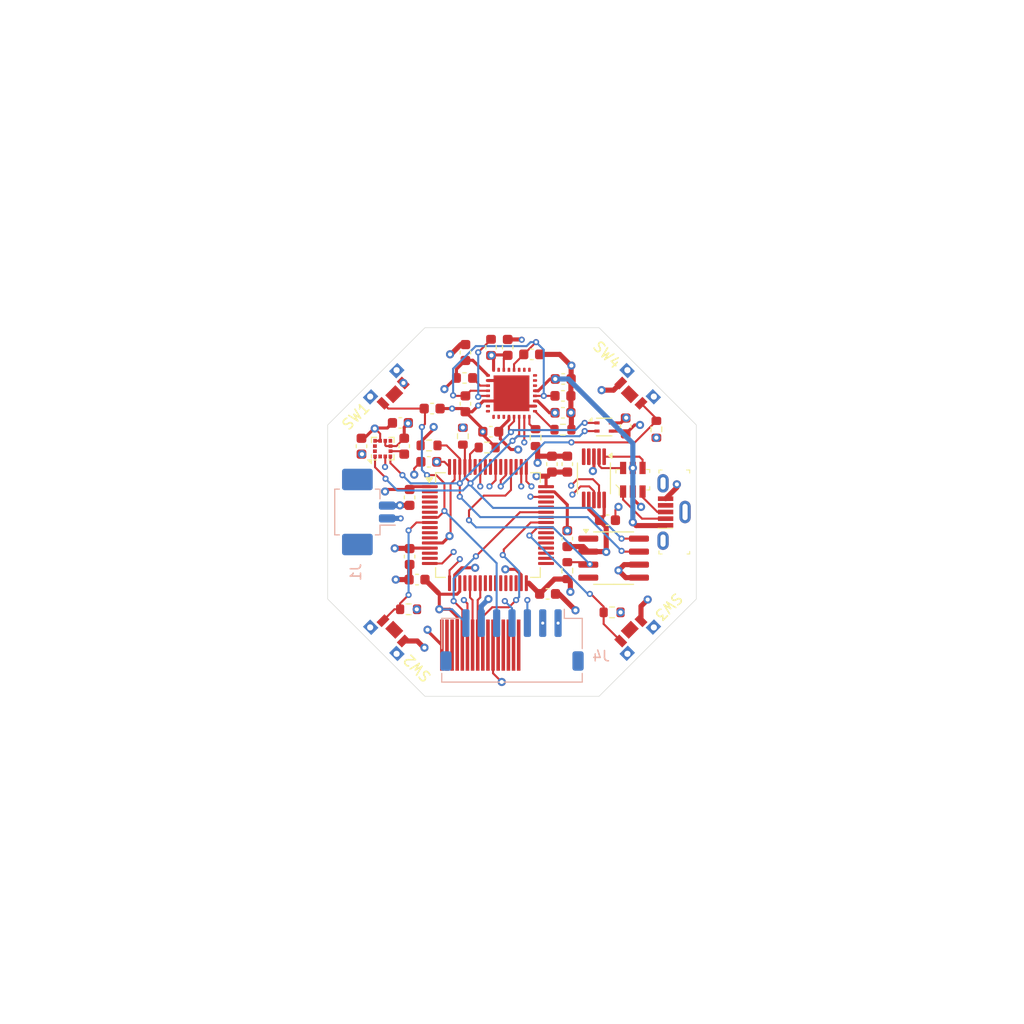
<source format=kicad_pcb>
(kicad_pcb (version 20241229) (generator "pcbnew") (generator_version "9.0")
  (layers (0 "F.Cu" signal) (4 "In1.Cu" signal) (6 "In2.Cu" signal) (2 "B.Cu" signal) (13 "F.Paste" user) (15 "B.Paste" user) (5 "F.SilkS" user "F.Silkscreen") (7 "B.SilkS" user "B.Silkscreen") (1 "F.Mask" user) (3 "B.Mask" user) (25 "Edge.Cuts" user))
  (net 0 "")
  (net 1 "GND")
  (net 4 "/I2C_SCL")
  (net 5 "Net-(U2-SW2)")
  (net 11 "Net-(U2-VSET2)")
  (net 12 "/NRST")
  (net 13 "+1.8V")
  (net 15 "/VSYS")
  (net 16 "+3.3V")
  (net 18 "/VBUS")
  (net 19 "Net-(U2-VSET1)")
  (net 20 "/I2C_SDA")
  (net 22 "Net-(U2-SW1)")
  (net 25 "Net-(J1-Pin_1)")
  (net 27 "/BTN_2")
  (net 28 "/BTN_4")
  (net 29 "/BTN_3")
  (net 32 "/SPI_RST")
  (net 33 "/SPI_CS")
  (net 34 "/SPI_DC")
  (net 36 "/SPI_MOSI")
  (net 40 "/SPI_SCLK")
  (net 42 "Net-(D1-Pad3)")
  (net 47 "Net-(D1-Pad1)")
  (net 48 "Net-(U5-UD-)")
  (net 49 "Net-(U5-UD+)")
  (net 50 "/RTC_INT")
  (net 51 "Net-(U1-BOOT0)")
  (net 54 "/USART_TX")
  (net 56 "/USART_RX")
  (net 74 "/TDI")
  (net 76 "/SWDIO")
  (net 77 "/SWO")
  (net 80 "/SWCLK")
  (net 100 "Net-(U4-C1)")
  (footprint "smart_watch:GC9A01_FPC_pads_P0.5mm" (layer "F.Cu") (at 96.9 113)
    (property "Reference" "J3" (hide yes))
    (property "Value" "GC9A01 / ER-TFT1.28-3" (hide yes))
  )
  (footprint "Package_SO:SOIC-8_3.9x4.9mm_P1.27mm" (layer "F.Cu") (at 109.925 104.505)
    (property "Reference" "U6" (hide yes))
    (property "Value" "DS3231MZ" (hide yes))
  )
  (footprint "Capacitor_SMD:C_0603_1608Metric" (layer "F.Cu") (at 105.4 95.325 90)
    (property "Reference" "C11" (hide yes))
    (property "Value" "100n" (hide yes))
  )
  (footprint "Resistor_SMD:R_0603_1608Metric" (layer "F.Cu") (at 91.9 93.5 180)
    (property "Reference" "R12" (hide yes))
    (property "Value" "10k" (hide yes))
  )
  (footprint "Resistor_SMD:R_0603_1608Metric" (layer "F.Cu") (at 104.975 91.96 180)
    (property "Reference" "R20" (hide yes))
    (property "Value" "47k" (hide yes))
  )
  (footprint "Inductor_SMD:L_0603_1608Metric" (layer "F.Cu") (at 97.95 83.9225 90)
    (property "Reference" "L21" (hide yes))
    (property "Value" "2.2u" (hide yes))
  )
  (footprint "Capacitor_SMD:C_0603_1608Metric" (layer "F.Cu") (at 104.975 90.31)
    (property "Reference" "C24" (hide yes))
    (property "Value" "2.2u" (hide yes))
  )
  (footprint "smart_watch:TL6340" (layer "F.Cu") (at 88.5 88.5 45)
    (property "Reference" "SW1")
    (property "Value" "SW_Push" (hide yes))
  )
  (footprint "smart_watch:TL6340" (layer "F.Cu") (at 88.5 111.5 135)
    (property "Reference" "SW2")
    (property "Value" "SW_Push" (hide yes))
  )
  (footprint "Resistor_SMD:R_0603_1608Metric" (layer "F.Cu") (at 95.2 92.6 -90)
    (property "Reference" "R11" (hide yes))
    (property "Value" "10k" (hide yes))
  )
  (footprint "digikey-footprints:USB_Micro_B_Female_Vert_1051330001" (layer "F.Cu") (at 115 100 90)
    (property "Reference" "J2" (hide yes))
    (property "Value" "1051330001" (hide yes))
  )
  (footprint "Resistor_SMD:R_0603_1608Metric" (layer "F.Cu") (at 109.775 109.8 180)
    (property "Reference" "R3" (hide yes))
    (property "Value" "10k" (hide yes))
  )
  (footprint "Capacitor_SMD:C_0603_1608Metric" (layer "F.Cu") (at 90.725 106.6 180)
    (property "Reference" "C13" (hide yes))
    (property "Value" "100n" (hide yes))
  )
  (footprint "Capacitor_SMD:C_0603_1608Metric" (layer "F.Cu") (at 104.975 88.66 180)
    (property "Reference" "C22" (hide yes))
    (property "Value" "10u" (hide yes))
  )
  (footprint "Capacitor_SMD:C_0603_1608Metric" (layer "F.Cu") (at 105.4 102.6 -90)
    (property "Reference" "C60" (hide yes))
    (property "Value" "100n" (hide yes))
  )
  (footprint "Capacitor_SMD:C_0603_1608Metric" (layer "F.Cu") (at 91.875 95.1 180)
    (property "Reference" "C16" (hide yes))
    (property "Value" "100n" (hide yes))
  )
  (footprint "Capacitor_SMD:C_0603_1608Metric" (layer "F.Cu") (at 90 98.575 -90)
    (property "Reference" "C15" (hide yes))
    (property "Value" "100n" (hide yes))
  )
  (footprint "Capacitor_SMD:C_0603_1608Metric" (layer "F.Cu") (at 99.58 83.925 90)
    (property "Reference" "C26" (hide yes))
    (property "Value" "10u" (hide yes))
  )
  (footprint "smart_watch:TL6340" (layer "F.Cu") (at 111.5 111.5 -135)
    (property "Reference" "SW3")
    (property "Value" "SW_Push" (hide yes))
  )
  (footprint "smart_watch:nPM1300" (layer "F.Cu") (at 99.95 88.41)
    (property "Reference" "U2" (hide yes))
    (property "Value" "nPM1300-QEAA" (hide yes))
  )
  (footprint "Inductor_SMD:L_0603_1608Metric" (layer "F.Cu") (at 95.3625 86.91)
    (property "Reference" "L20" (hide yes))
    (property "Value" "2.2u" (hide yes))
  )
  (footprint "Capacitor_SMD:C_0603_1608Metric" (layer "F.Cu") (at 103.9 95.325 90)
    (property "Reference" "C10" (hide yes))
    (property "Value" "4.7u" (hide yes))
  )
  (footprint "smart_watch:TL6340" (layer "F.Cu") (at 111.5 88.5 -45)
    (property "Reference" "SW4")
    (property "Value" "SW_Push" (hide yes))
  )
  (footprint "Resistor_SMD:R_0603_1608Metric" (layer "F.Cu") (at 102.3 92.735 90)
    (property "Reference" "R21" (hide yes))
    (property "Value" "250k" (hide yes))
  )
  (footprint "Capacitor_SMD:C_0603_1608Metric" (layer "F.Cu") (at 111.1 91.6 90)
    (property "Reference" "C30" (hide yes))
    (property "Value" "100n" (hide yes))
  )
  (footprint "Resistor_SMD:R_0603_1608Metric" (layer "F.Cu") (at 114.1 91.925 90)
    (property "Reference" "R4" (hide yes))
    (property "Value" "10k" (hide yes))
  )
  (footprint "Package_SO:MSOP-10_3x3mm_P0.5mm" (layer "F.Cu") (at 108 96.7125 -90)
    (property "Reference" "U5" (hide yes))
    (property "Value" "CH340E" (hide yes))
  )
  (footprint "Capacitor_SMD:C_0603_1608Metric" (layer "F.Cu") (at 109.325 100.8)
    (property "Reference" "C50" (hide yes))
    (property "Value" "100n" (hide yes))
  )
  (footprint "Capacitor_SMD:C_0603_1608Metric" (layer "F.Cu") (at 89.1 91.3)
    (property "Reference" "C41" (hide yes))
    (property "Value" "100n" (hide yes))
  )
  (footprint "Resistor_SMD:R_0603_1608Metric" (layer "F.Cu") (at 105.4 105.725 90)
    (property "Reference" "R5" (hide yes))
    (property "Value" "2.2k" (hide yes))
  )
  (footprint "Resistor_SMD:R_0603_1608Metric" (layer "F.Cu") (at 89.9 109.5 180)
    (property "Reference" "R2" (hide yes))
    (property "Value" "10k" (hide yes))
  )
  (footprint "digikey-footprints:SOT23-6L" (layer "F.Cu") (at 111.8 96.85)
    (property "Reference" "D1" (hide yes))
    (property "Value" "USBLC6-2SC6" (hide yes))
  )
  (footprint "Capacitor_SMD:C_0603_1608Metric" (layer "F.Cu") (at 95.45 89.435 90)
    (property "Reference" "C21" (hide yes))
    (property "Value" "10u" (hide yes))
  )
  (footprint "Capacitor_SMD:C_0603_1608Metric" (layer "F.Cu") (at 90 104.35 -90)
    (property "Reference" "C14" (hide yes))
    (property "Value" "100n" (hide yes))
  )
  (footprint "Capacitor_SMD:C_0603_1608Metric" (layer "F.Cu") (at 103.475 108)
    (property "Reference" "C12" (hide yes))
    (property "Value" "100n" (hide yes))
  )
  (footprint "Capacitor_SMD:C_0603_1608Metric" (layer "F.Cu") (at 85.3 93.575 -90)
    (property "Reference" "C40" (hide yes))
    (property "Value" "10u" (hide yes))
  )
  (footprint "Resistor_SMD:R_0603_1608Metric" (layer "F.Cu") (at 97.575 93.7)
    (property "Reference" "R10" (hide yes))
    (property "Value" "10k" (hide yes))
  )
  (footprint "Capacitor_SMD:C_0603_1608Metric" (layer "F.Cu") (at 89.475 93.575 90)
    (property "Reference" "C42" (hide yes))
    (property "Value" "220n" (hide yes))
  )
  (footprint "Capacitor_SMD:C_0603_1608Metric" (layer "F.Cu") (at 95.45 84.425 90)
    (property "Reference" "C25" (hide yes))
    (property "Value" "10u" (hide yes))
  )
  (footprint "Capacitor_SMD:C_0603_1608Metric" (layer "F.Cu") (at 105 87.01)
    (property "Reference" "C20" (hide yes))
    (property "Value" "1u" (hide yes))
  )
  (footprint "Capacitor_SMD:C_0603_1608Metric" (layer "F.Cu") (at 97.925 92.16 180)
    (property "Reference" "C27" (hide yes))
    (property "Value" "100n" (hide yes))
  )
  (footprint "Package_QFP:LQFP-64_10x10mm_P0.5mm" (layer "F.Cu") (at 97.65 101.275)
    (property "Reference" "U1" (hide yes))
    (property "Value" "STM32L476RGTx" (hide yes))
  )
  (footprint "Capacitor_SMD:C_0603_1608Metric" (layer "F.Cu") (at 101.925 84.61 180)
    (property "Reference" "C23" (hide yes))
    (property "Value" "10u" (hide yes))
  )
  (footprint "Capacitor_SMD:C_0603_1608Metric" (layer "F.Cu") (at 92.2 89.9 180)
    (property "Reference" "C2" (hide yes))
    (property "Value" "0.1u" (hide yes))
  )
  (footprint "Package_LGA:LGA-12_2x2mm_P0.5mm" (layer "F.Cu") (at 87.375 93.8125 90)
    (property "Reference" "U4" (hide yes))
    (property "Value" "LIS2MDL" (hide yes))
  )
  (footprint "Sensor_Humidity:Sensirion_DFN-4_1.5x1.5mm_P0.8mm_SHT4x_NoCentralPad" (layer "F.Cu") (at 109 91.7)
    (property "Reference" "U3" (hide yes))
    (property "Value" "SHT41" (hide yes))
  )
  (footprint "Connector_Molex:Molex_PicoBlade_53261-0271_1x02-1MP_P1.25mm_Horizontal" (layer "B.Cu") (at 85.4 100 90)
    (property "Reference" "J1")
    (property "Value" "BATTERTY" (hide yes))
  )
  (footprint "Connector_JST:JST_ZH_S7B-ZR-SM4A-TF_1x07-1MP_P1.50mm_Horizontal" (layer "B.Cu") (at 100 112.5 180)
    (property "Reference" "J4")
    (property "Value" "ZH7" (hide yes))
  )
  (gr_poly (pts (xy 91.5 118) (xy 108.5 118) (xy 118 108.5) (xy 118 91.5) (xy 108.5 82) (xy 91.5 82) (xy 82 91.5) (xy 82 108.5)) (stroke (width 0.05)) (fill no) (layer "Edge.Cuts"))
  (segment (start 97.15 91.91) (end 95.45 90.21) (width 0.3) (layer "F.Cu") (net 1))
  (segment (start 97.65 89.16) (end 97.2 89.16) (width 0.3) (layer "F.Cu") (net 1))
  (segment (start 93.225 103.025) (end 93.9 102.35) (width 0.3) (layer "F.Cu") (net 1))
  (segment (start 91.75 111.6) (end 93.15 113) (width 0.3) (layer "F.Cu") (net 1))
  (segment (start 109.7 91.3) (end 110.625 91.3) (width 0.3) (layer "F.Cu") (net 1))
  (segment (start 116.1 97.6) (end 115 98.7) (width 0.5) (layer "F.Cu") (net 1))
  (segment (start 94.4 96.850057) (end 94.001 97.249057) (width 0.2) (layer "F.Cu") (net 1))
  (segment (start 94.4 106.95) (end 94.4 106.141176) (width 0.2) (layer "F.Cu") (net 1))
  (segment (start 105.8 91.96) (end 105.8 90.36) (width 0.5) (layer "F.Cu") (net 1))
  (segment (start 102.7 84.61) (end 104.66 84.61) (width 0.5) (layer "F.Cu") (net 1))
  (segment (start 93.95 84.6) (end 94.05 84.6) (width 0.2) (layer "F.Cu") (net 1))
  (segment (start 105.4 101.825) (end 105.4 99.291176) (width 0.3) (layer "F.Cu") (net 1))
  (segment (start 105.75 90.31) (end 105.75 88.66) (width 0.5) (layer "F.Cu") (net 1))
  (segment (start 99.58 83.15) (end 100.975 83.15) (width 0.4) (layer "F.Cu") (net 1))
  (segment (start 110.625 91.3) (end 111.1 90.825) (width 0.3) (layer "F.Cu") (net 1))
  (segment (start 102.25 89.66) (end 101.2 89.66) (width 0.3) (layer "F.Cu") (net 1))
  (segment (start 97.65 89.16) (end 99.2 89.16) (width 0.3) (layer "F.Cu") (net 1))
  (segment (start 105.775 85.725) (end 105.8 85.7) (width 0.2) (layer "F.Cu") (net 1))
  (segment (start 90.45 95.75) (end 91.1 95.1) (width 0.2) (layer "F.Cu") (net 1))
  (segment (start 95.14 89.9) (end 95.45 90.21) (width 0.2) (layer "F.Cu") (net 1))
  (segment (start 94.001 97.249057) (end 94.001 102.249) (width 0.2) (layer "F.Cu") (net 1))
  (segment (start 88.65 106.6) (end 89.95 106.6) (width 0.5) (layer "F.Cu") (net 1))
  (segment (start 104.133824 98.025) (end 103.325 98.025) (width 0.2) (layer "F.Cu") (net 1))
  (segment (start 103.9 94.55) (end 102.75 94.55) (width 0.5) (layer "F.Cu") (net 1))
  (segment (start 108 95.9) (end 108 94.6) (width 0.3) (layer "F.Cu") (net 1))
  (segment (start 96.1 90.21) (end 96.7 89.61) (width 0.3) (layer "F.Cu") (net 1))
  (segment (start 97.2 89.16) (end 96.75 89.61) (width 0.3) (layer "F.Cu") (net 1))
  (segment (start 97.65 87.16) (end 98.7 87.16) (width 0.3) (layer "F.Cu") (net 1))
  (segment (start 98.15 115.75) (end 99 116.6) (width 0.2) (layer "F.Cu") (net 1))
  (segment (start 116.1 97.3) (end 116.1 97.6) (width 0.2) (layer "F.Cu") (net 1))
  (segment (start 89.475 91.725) (end 89.85 91.35) (width 0.3) (layer "F.Cu") (net 1))
  (segment (start 106.2 109.6) (end 104.6 108) (width 0.5) (layer "F.Cu") (net 1))
  (segment (start 94.05 84.6) (end 95 83.65) (width 0.5) (layer "F.Cu") (net 1))
  (segment (start 97.15 92.45) (end 98.4 93.7) (width 0.3) (layer "F.Cu") (net 1))
  (segment (start 91.75 111.5) (end 91.75 111.6) (width 0.1524) (layer "F.Cu") (net 1))
  (segment (start 90 105.125) (end 90 106.55) (width 0.5) (layer "F.Cu") (net 1))
  (segment (start 94.4 106.141176) (end 95.091176 105.45) (width 0.3) (layer "F.Cu") (net 1))
  (segment (start 102.5 93.76) (end 102.3 93.56) (width 0.2) (layer "F.Cu") (net 1))
  (segment (start 107.9 96) (end 108 95.9) (width 0.2) (layer "F.Cu") (net 1))
  (segment (start 87.6875 93.5625) (end 88.1375 93.5625) (width 0.2) (layer "F.Cu") (net 1))
  (segment (start 110.4 105.7) (end 111.11 106.41) (width 0.5) (layer "F.Cu") (net 1))
  (segment (start 99.35 105.6) (end 100.358824 105.6) (width 0.3) (layer "F.Cu") (net 1))
  (segment (start 90.45 96.35) (end 90.45 95.75) (width 0.2) (layer "F.Cu") (net 1))
  (segment (start 105.75 87.035) (end 105.775 87.01) (width 0.2) (layer "F.Cu") (net 1))
  (segment (start 87.625 93.05) (end 87.625 93.5) (width 0.2) (layer "F.Cu") (net 1))
  (segment (start 110.4 105.7) (end 110.96 105.14) (width 0.5) (layer "F.Cu") (net 1))
  (segment (start 95.45 90.21) (end 96.1 90.21) (width 0.3) (layer "F.Cu") (net 1))
  (segment (start 94.4 95.6) (end 94.4 96.850057) (width 0.2) (layer "F.Cu") (net 1))
  (segment (start 100.358824 105.6) (end 100.9 106.141176) (width 0.3) (layer "F.Cu") (net 1))
  (segment (start 105.4 94.55) (end 103.9 94.55) (width 0.5) (layer "F.Cu") (net 1))
  (segment (start 89.475 92.8) (end 89.475 91.725) (width 0.3) (layer "F.Cu") (net 1))
  (segment (start 88.1375 93.5625) (end 88.7125 93.5625) (width 0.2) (layer "F.Cu") (net 1))
  (segment (start 105.775 87.01) (end 105.775 85.725) (width 0.5) (layer "F.Cu") (net 1))
  (segment (start 97.15 92.16) (end 97.15 92.45) (width 0.2) (layer "F.Cu") (net 1))
  (segment (start 95.091176 105.45) (end 96.4 105.45) (width 0.3) (layer "F.Cu") (net 1))
  (segment (start 98.7 93.7) (end 98.69 93.7) (width 0.2) (layer "F.Cu") (net 1))
  (segment (start 92.975 89.9) (end 95.14 89.9) (width 0.3) (layer "F.Cu") (net 1))
  (segment (start 110.1 99.8) (end 110.4 99.5) (width 0.2) (layer "F.Cu") (net 1))
  (segment (start 95 83.65) (end 95.45 83.65) (width 0.2) (layer "F.Cu") (net 1))
  (segment (start 111.11 106.41) (end 112.4 106.41) (width 0.5) (layer "F.Cu") (net 1))
  (segment (start 94.001 102.249) (end 93.9 102.35) (width 0.2) (layer "F.Cu") (net 1))
  (segment (start 105.75 88.66) (end 105.75 87.035) (width 0.5) (layer "F.Cu") (net 1))
  (segment (start 91.975 103.025) (end 93.225 103.025) (width 0.3) (layer "F.Cu") (net 1))
  (segment (start 105.4 99.291176) (end 104.133824 98.025) (width 0.3) (layer "F.Cu") (net 1))
  (segment (start 102.5 94.8) (end 102.5 95.2) (width 0.2) (layer "F.Cu") (net 1))
  (segment (start 100.9 106.141176) (end 100.9 106.95) (width 0.2) (layer "F.Cu") (net 1))
  (segment (start 104.6 108) (end 104.25 108) (width 0.2) (layer "F.Cu") (net 1))
  (segment (start 98.15 113) (end 98.15 115.75) (width 0.2) (layer "F.Cu") (net 1))
  (segment (start 110.96 105.14) (end 112.4 105.14) (width 0.5) (layer "F.Cu") (net 1))
  (segment (start 88.7125 93.5625) (end 89.475 92.8) (width 0.2) (layer "F.Cu") (net 1))
  (segment (start 110.1 100.8) (end 110.1 99.8) (width 0.2) (layer "F.Cu") (net 1))
  (segment (start 90 106.55) (end 89.95 106.6) (width 0.2) (layer "F.Cu") (net 1))
  (segment (start 97.15 92.16) (end 97.15 91.91) (width 0.2) (layer "F.Cu") (net 1))
  (segment (start 104.66 84.61) (end 105.775 85.725) (width 0.5) (layer "F.Cu") (net 1))
  (segment (start 102.5 95.2) (end 102.5 93.76) (width 0.5) (layer "F.Cu") (net 1))
  (segment (start 112.6 99.5) (end 111.8 98.7) (width 0.3) (layer "F.Cu") (net 1))
  (segment (start 105.8 90.36) (end 105.75 90.31) (width 0.2) (layer "F.Cu") (net 1))
  (segment (start 111.8 98.7) (end 111.8 98) (width 0.3) (layer "F.Cu") (net 1))
  (segment (start 90 99.35) (end 89.05 99.35) (width 0.5) (layer "F.Cu") (net 1))
  (segment (start 102.75 94.55) (end 102.5 94.8) (width 0.2) (layer "F.Cu") (net 1))
  (via (at 99 116.6) (size 0.8) (drill 0.4) (layers "F.Cu" "B.Cu") (net 1))
  (via (at 102.5 95.2) (size 0.8) (drill 0.4) (layers "F.Cu" "B.Cu") (net 1))
  (via (at 89.4 87.4) (size 0.8) (drill 0.4) (layers "F.Cu" "B.Cu") (net 1))
  (via (at 111.15 90.8) (size 0.8) (drill 0.4) (layers "F.Cu" "B.Cu") (net 1))
  (via (at 94.15 89.9) (size 0.6) (drill 0.3) (layers "F.Cu" "B.Cu") (net 1))
  (via (at 85.35 94.35) (size 0.8) (drill 0.4) (layers "F.Cu" "B.Cu") (net 1))
  (via (at 100.95 83.175) (size 0.6) (drill 0.3) (layers "F.Cu" "B.Cu") (net 1))
  (via (at 90.45 96.35) (size 0.8) (drill 0.4) (layers "F.Cu" "B.Cu") (net 1))
  (via (at 96.4 105.45) (size 0.8) (drill 0.4) (layers "F.Cu" "B.Cu") (net 1))
  (via (at 105.4 101.825) (size 0.8) (drill 0.4) (layers "F.Cu" "B.Cu") (net 1))
  (via (at 110.4 99.5) (size 0.8) (drill 0.4) (layers "F.Cu" "B.Cu") (net 1))
  (via (at 93.9 102.35) (size 0.8) (drill 0.4) (layers "F.Cu" "B.Cu") (net 1))
  (via (at 97.7 108.5) (size 0.8) (drill 0.4) (layers "F.Cu" "B.Cu") (net 1))
  (via (at 114.1 92.75) (size 0.8) (drill 0.4) (layers "F.Cu" "B.Cu") (net 1))
  (via (at 116.1 97.3) (size 0.8) (drill 0.4) (layers "F.Cu" "B.Cu") (net 1))
  (via (at 107.9 96) (size 0.8) (drill 0.4) (layers "F.Cu" "B.Cu") (net 1))
  (via (at 97.15 92.16) (size 0.6) (drill 0.3) (layers "F.Cu" "B.Cu") (net 1))
  (via (at 93.95 84.6) (size 0.8) (drill 0.4) (layers "F.Cu" "B.Cu") (net 1))
  (via (at 105.75 90.3) (size 0.8) (drill 0.4) (layers "F.Cu" "B.Cu") (net 1))
  (via (at 90.7 109.5) (size 0.8) (drill 0.4) (layers "F.Cu" "B.Cu") (net 1))
  (via (at 88.65 106.6) (size 0.8) (drill 0.4) (layers "F.Cu" "B.Cu") (net 1))
  (via (at 112.6 99.5) (size 0.8) (drill 0.4) (layers "F.Cu" "B.Cu") (net 1))
  (via (at 99.35 105.6) (size 0.8) (drill 0.4) (layers "F.Cu" "B.Cu") (net 1))
  (via (at 110.6 109.8) (size 0.8) (drill 0.4) (layers "F.Cu" "B.Cu") (net 1))
  (via (at 106.2 109.6) (size 0.8) (drill 0.4) (layers "F.Cu" "B.Cu") (net 1))
  (via (at 89.85 91.35) (size 0.8) (drill 0.4) (layers "F.Cu" "B.Cu") (net 1))
  (via (at 96.7 89.61) (size 0.6) (drill 0.3) (layers "F.Cu" "B.Cu") (net 1))
  (via (at 91.75 111.5) (size 0.8) (drill 0.4) (layers "F.Cu" "B.Cu") (net 1))
  (via (at 105.8 85.7) (size 0.8) (drill 0.4) (layers "F.Cu" "B.Cu") (net 1))
  (via (at 89.05 99.35) (size 0.8) (drill 0.4) (layers "F.Cu" "B.Cu") (net 1))
  (via (at 110.4 105.7) (size 0.8) (drill 0.4) (layers "F.Cu" "B.Cu") (net 1))
  (segment (start 89.025 99.375) (end 89.05 99.35) (width 0.1524) (layer "B.Cu") (net 1))
  (segment (start 97 109.2) (end 97.7 108.5) (width 0.5) (layer "B.Cu") (net 1))
  (segment (start 87.8 99.375) (end 89.025 99.375) (width 0.5) (layer "B.Cu") (net 1))
  (segment (start 97 110.85) (end 97 109.2) (width 0.5) (layer "B.Cu") (net 1))
  (segment (start 86.625 95.625) (end 86.625 94.575) (width 0.2) (layer "F.Cu") (net 4))
  (segment (start 112.4 102.6) (end 110.7 102.6) (width 0.2) (layer "F.Cu") (net 4))
  (segment (start 108.3 92.1) (end 107.1 92.1) (width 0.2) (layer "F.Cu") (net 4))
  (segment (start 100.085 93.05) (end 100.7 92.435) (width 0.2) (layer "F.Cu") (net 4))
  (segment (start 87.65 96.75) (end 87.65 96.65) (width 0.2) (layer "F.Cu") (net 4))
  (segment (start 95.4 93.625) (end 95.2 93.425) (width 0.2) (layer "F.Cu") (net 4))
  (segment (start 100.05 93.05) (end 100.085 93.05) (width 0.2) (layer "F.Cu") (net 4))
  (segment (start 95.95 97.2) (end 95.95 97.15) (width 0.2) (layer "F.Cu") (net 4))
  (segment (start 100.7 92.435) (end 100.7 90.71) (width 0.2) (layer "F.Cu") (net 4))
  (segment (start 95.4 95.6) (end 95.4 93.625) (width 0.2) (layer "F.Cu") (net 4))
  (segment (start 95.95 97.15) (end 95.4 96.6) (width 0.2) (layer "F.Cu") (net 4))
  (segment (start 87.65 96.65) (end 86.625 95.625) (width 0.2) (layer "F.Cu") (net 4))
  (segment (start 95.4 96.6) (end 95.4 95.6) (width 0.2) (layer "F.Cu") (net 4))
  (via (at 110.7 102.6) (size 0.6) (drill 0.3) (layers "F.Cu" "B.Cu") (net 4))
  (via (at 87.65 96.75) (size 0.6) (drill 0.3) (layers "F.Cu" "B.Cu") (net 4))
  (via (at 95.95 97.2) (size 0.6) (drill 0.3) (layers "F.Cu" "B.Cu") (net 4))
  (via (at 100.05 93.05) (size 0.6) (drill 0.3) (layers "F.Cu" "B.Cu") (net 4))
  (via (at 107.1 92.1) (size 0.6) (drill 0.3) (layers "F.Cu" "B.Cu") (net 4))
  (segment (start 100.5 92.6) (end 106.6 92.6) (width 0.2) (layer "B.Cu") (net 4))
  (segment (start 88.8 97.9) (end 87.65 96.75) (width 0.2) (layer "B.Cu") (net 4))
  (segment (start 106.6 92.6) (end 107.1 92.1) (width 0.2) (layer "B.Cu") (net 4))
  (segment (start 98.150057 99.6) (end 107.7 99.6) (width 0.2) (layer "B.Cu") (net 4))
  (segment (start 95.9 97.2) (end 95.2 97.9) (width 0.2) (layer "B.Cu") (net 4))
  (segment (start 107.7 99.6) (end 110.7 102.6) (width 0.2) (layer "B.Cu") (net 4))
  (segment (start 95.95 97.2) (end 95.95 97.15) (width 0.2) (layer "B.Cu") (net 4))
  (segment (start 95.95 97.2) (end 95.95 97.399943) (width 0.2) (layer "B.Cu") (net 4))
  (segment (start 95.95 97.399943) (end 98.150057 99.6) (width 0.2) (layer "B.Cu") (net 4))
  (segment (start 95.2 97.9) (end 88.8 97.9) (width 0.2) (layer "B.Cu") (net 4))
  (segment (start 95.95 97.15) (end 100.5 92.6) (width 0.2) (layer "B.Cu") (net 4))
  (segment (start 95.95 97.2) (end 95.9 97.2) (width 0.2) (layer "B.Cu") (net 4))
  (segment (start 97.65 88.66) (end 96.8 88.66) (width 0.2) (layer "F.Cu") (net 5))
  (segment (start 96.7 84.41) (end 97.95 83.16) (width 0.2) (layer "F.Cu") (net 5))
  (segment (start 97.95 83.16) (end 97.95 83.135) (width 0.2) (layer "F.Cu") (net 5))
  (segment (start 96.8 88.66) (end 96.7 88.76) (width 0.2) (layer "F.Cu") (net 5))
  (via (at 96.7 88.76) (size 0.6) (drill 0.3) (layers "F.Cu" "B.Cu") (net 5))
  (via (at 96.7 84.41) (size 0.6) (drill 0.3) (layers "F.Cu" "B.Cu") (net 5))
  (segment (start 96.7 84.41) (end 96.7 88.76) (width 0.2) (layer "B.Cu") (net 5))
  (segment (start 101.7 91.41) (end 102.2 91.91) (width 0.2) (layer "F.Cu") (net 11))
  (segment (start 101.7 90.71) (end 101.7 91.41) (width 0.2) (layer "F.Cu") (net 11))
  (segment (start 92.783824 100.525) (end 91.975 100.525) (width 0.2) (layer "F.Cu") (net 12))
  (segment (start 91.425 89.9) (end 87.920101 89.9) (width 0.2) (layer "F.Cu") (net 12))
  (segment (start 91.5 91.4) (end 91.5 89.975) (width 0.2) (layer "F.Cu") (net 12))
  (segment (start 93.4 99.9) (end 93.4 97.2) (width 0.2) (layer "F.Cu") (net 12))
  (segment (start 92.6 96.4) (end 91.7 96.4) (width 0.2) (layer "F.Cu") (net 12))
  (segment (start 101.2 93.2) (end 101.2 90.71) (width 0.2) (layer "F.Cu") (net 12))
  (segment (start 91.2 91.7) (end 91.5 91.4) (width 0.2) (layer "F.Cu") (net 12))
  (segment (start 93.4 99.9) (end 93.4 99.908824) (width 0.2) (layer "F.Cu") (net 12))
  (segment (start 87.920101 89.9) (end 87.403984 89.383883) (width 0.2) (layer "F.Cu") (net 12))
  (segment (start 91.5 89.975) (end 91.425 89.9) (width 0.2) (layer "F.Cu") (net 12))
  (segment (start 93.4 97.2) (end 92.6 96.4) (width 0.2) (layer "F.Cu") (net 12))
  (segment (start 93.4 99.908824) (end 92.783824 100.525) (width 0.2) (layer "F.Cu") (net 12))
  (via (at 93.4 99.9) (size 0.6) (drill 0.3) (layers "F.Cu" "B.Cu") (net 12))
  (via (at 101.2 93.2) (size 0.6) (drill 0.3) (layers "F.Cu" "B.Cu") (net 12))
  (via (at 91.2 91.7) (size 0.6) (drill 0.3) (layers "F.Cu" "B.Cu") (net 12))
  (via (at 91.7 96.4) (size 0.6) (drill 0.3) (layers "F.Cu" "B.Cu") (net 12))
  (segment (start 91.2 95.9) (end 91.7 96.4) (width 0.2) (layer "B.Cu") (net 12))
  (segment (start 93.4 99.9) (end 98.5 105) (width 0.2) (layer "B.Cu") (net 12))
  (segment (start 98.5 105) (end 98.5 110.85) (width 0.2) (layer "B.Cu") (net 12))
  (segment (start 91.2 91.7) (end 91.2 95.9) (width 0.2) (layer "B.Cu") (net 12))
  (segment (start 99.7 91) (end 98.7 92) (width 0.3) (layer "F.Cu") (net 13))
  (segment (start 85.575 92.8) (end 86.575 91.8) (width 0.3) (layer "F.Cu") (net 13))
  (segment (start 87.625 95.575) (end 87.625 94.575) (width 0.2) (layer "F.Cu") (net 13))
  (segment (start 99.9 93.9) (end 100.6 93.9) (width 0.3) (layer "F.Cu") (net 13))
  (segment (start 96.175 85.185) (end 97.65 86.66) (width 0.3) (layer "F.Cu") (net 13))
  (segment (start 98.7 92) (end 98.7 92.16) (width 0.3) (layer "F.Cu") (net 13))
  (segment (start 86.575 91.8) (end 87.825 91.8) (width 0.3) (layer "F.Cu") (net 13))
  (segment (start 87.6 95.6) (end 87.625 95.575) (width 0.2) (layer "F.Cu") (net 13))
  (segment (start 87.825 91.8) (end 88.325 91.3) (width 0.3) (layer "F.Cu") (net 13))
  (segment (start 94.575 86.91) (end 94.49 86.91) (width 0.3) (layer "F.Cu") (net 13))
  (segment (start 87.125 92.35) (end 86.575 91.8) (width 0.2) (layer "F.Cu") (net 13))
  (segment (start 94.575 86.91) (end 94.575 86.06) (width 0.3) (layer "F.Cu") (net 13))
  (segment (start 98.7 92.16) (end 98.86 92.16) (width 0.2) (layer "F.Cu") (net 13))
  (segment (start 94.575 86.06) (end 95.45 85.185) (width 0.3) (layer "F.Cu") (net 13))
  (segment (start 86.625 93.05) (end 87.125 93.05) (width 0.2) (layer "F.Cu") (net 13))
  (segment (start 95.45 85.185) (end 96.175 85.185) (width 0.3) (layer "F.Cu") (net 13))
  (segment (start 94.49 86.91) (end 93.4 88) (width 0.3) (layer "F.Cu") (net 13))
  (segment (start 85.3 92.8) (end 85.575 92.8) (width 0.2) (layer "F.Cu") (net 13))
  (segment (start 87.125 93.05) (end 87.125 92.375) (width 0.2) (layer "F.Cu") (net 13))
  (segment (start 98.86 92.86) (end 99.9 93.9) (width 0.3) (layer "F.Cu") (net 13))
  (segment (start 98.86 92.16) (end 98.86 92.86) (width 0.3) (layer "F.Cu") (net 13))
  (segment (start 99.7 90.71) (end 99.7 91) (width 0.3) (layer "F.Cu") (net 13))
  (via (at 100.6 93.9) (size 0.8) (drill 0.4) (layers "F.Cu" "B.Cu") (net 13))
  (via (at 93.4 88) (size 0.8) (drill 0.4) (layers "F.Cu" "B.Cu") (net 13))
  (via (at 87.6 95.6) (size 0.6) (drill 0.3) (layers "F.Cu" "B.Cu") (net 13))
  (via (at 86.6 91.85) (size 0.8) (drill 0.4) (layers "F.Cu" "B.Cu") (net 13))
  (segment (start 94.3 88.66) (end 94.25 88.61) (width 0.2) (layer "F.Cu") (net 15))
  (segment (start 95.45 88.66) (end 94.3 88.66) (width 0.2) (layer "F.Cu") (net 15))
  (segment (start 101.15 84.61) (end 102.35 83.41) (width 0.2) (layer "F.Cu") (net 15))
  (segment (start 100.2 86.11) (end 100.2 85.56) (width 0.2) (layer "F.Cu") (net 15))
  (segment (start 103.1 88.66) (end 104.2 88.66) (width 0.2) (layer "F.Cu") (net 15))
  (segment (start 95.95 88.16) (end 97.65 88.16) (width 0.2) (layer "F.Cu") (net 15))
  (segment (start 95.45 88.66) (end 95.95 88.16) (width 0.2) (layer "F.Cu") (net 15))
  (segment (start 102.25 88.66) (end 103.1 88.66) (width 0.2) (layer "F.Cu") (net 15))
  (segment (start 100.2 85.56) (end 101.15 84.61) (width 0.2) (layer "F.Cu") (net 15))
  (via (at 103.1 88.66) (size 0.6) (drill 0.3) (layers "F.Cu" "B.Cu") (net 15))
  (via (at 94.25 88.61) (size 0.6) (drill 0.3) (layers "F.Cu" "B.Cu") (net 15))
  (via (at 102.35 83.41) (size 0.6) (drill 0.3) (layers "F.Cu" "B.Cu") (net 15))
  (segment (start 94.25 88.61) (end 94.25 86.010057) (width 0.2) (layer "B.Cu") (net 15))
  (segment (start 103.1 88.66) (end 103.1 84.16) (width 0.2) (layer "B.Cu") (net 15))
  (segment (start 101.425 83.8) (end 101.815 83.41) (width 0.2) (layer "B.Cu") (net 15))
  (segment (start 101.815 83.41) (end 102.35 83.41) (width 0.2) (layer "B.Cu") (net 15))
  (segment (start 96.460057 83.8) (end 101.425 83.8) (width 0.2) (layer "B.Cu") (net 15))
  (segment (start 103.1 84.16) (end 102.35 83.41) (width 0.2) (layer "B.Cu") (net 15))
  (segment (start 94.25 86.010057) (end 96.460057 83.8) (width 0.2) (layer "B.Cu") (net 15))
  (segment (start 109 100.35) (end 109 98.825) (width 0.3) (layer "F.Cu") (net 16))
  (segment (start 108.55 100.8) (end 107.5 99.75) (width 0.3) (layer "F.Cu") (net 16))
  (segment (start 104.15 106.55) (end 102.7 108) (width 0.5) (layer "F.Cu") (net 16))
  (segment (start 113.25 108.55) (end 112.596016 109.203984) (width 0.5) (layer "F.Cu") (net 16))
  (segment (start 98.2 84.96) (end 97.95 84.71) (width 0.2) (layer "F.Cu") (net 16))
  (segment (start 94.9 106.95) (end 94.9 107.758824) (width 0.2) (layer "F.Cu") (net 16))
  (segment (start 91.975 103.525) (end 90.05 103.525) (width 0.3) (layer "F.Cu") (net 16))
  (segment (start 92.65 95.1) (end 93.4 95.1) (width 0.2) (layer "F.Cu") (net 16))
  (segment (start 109.2 101.45) (end 108.55 100.8) (width 0.5) (layer "F.Cu") (net 16))
  (segment (start 98.2 86.11) (end 98.2 84.96) (width 0.3) (layer "F.Cu") (net 16))
  (segment (start 107.5 99.75) (end 107.5 98.825) (width 0.3) (layer "F.Cu") (net 16))
  (segment (start 109.920101 88.1) (end 110.616117 87.403984) (width 0.5) (layer "F.Cu") (net 16))
  (segment (start 92.35 91.9) (end 91.075 93.175) (width 0.3) (layer "F.Cu") (net 16))
  (segment (start 94.65 110.223) (end 93.927 109.5) (width 0.3) (layer "F.Cu") (net 16))
  (segment (start 99.2 85.01) (end 99.55 84.66) (width 0.2) (layer "F.Cu") (net 16))
  (segment (start 111.975 91.5) (end 111.1 92.375) (width 0.3) (layer "F.Cu") (net 16))
  (segment (start 92.9 108.052) (end 92.926 108.026) (width 0.2) (layer "F.Cu") (net 16))
  (segment (start 105.7 106.85) (end 105.4 106.55) (width 0.2) (layer "F.Cu") (net 16))
  (segment (start 91.45 113.25) (end 91.4 113.25) (width 0.2) (layer "F.Cu") (net 16))
  (segment (start 92.9 109.5) (end 92.9 108.052) (width 0.3) (layer "F.Cu") (net 16))
  (segment (start 105.4 96.1) (end 103.9 96.1) (width 0.5) (layer "F.Cu") (net 16))
  (segment (start 89.975 103.55) (end 90 103.575) (width 0.2) (layer "F.Cu") (net 16))
  (segment (start 92.35 91.7) (end 92.35 91.9) (width 0.2) (layer "F.Cu") (net 16))
  (segment (start 103.325 97.525) (end 103.325 96.675) (width 0.3) (layer "F.Cu") (net 16))
  (segment (start 102.4 96.5) (end 103.5 96.5) (width 0.5) (layer "F.Cu") (net 16))
  (segment (start 98.2 84.91) (end 97.995 84.705) (width 0.2) (layer "F.Cu") (net 16))
  (segment (start 93.4 95.1) (end 93.9 95.6) (width 0.2) (layer "F.Cu") (net 16))
  (segment (start 90.05 103.525) (end 90 103.575) (width 0.2) (layer "F.Cu") (net 16))
  (segment (start 109.2 103.9) (end 109.2 101.45) (width 0.5) (layer "F.Cu") (net 16))
  (segment (start 87.8 97.8) (end 90 97.8) (width 0.3) (layer "F.Cu") (net 16))
  (segment (start 103.325 96.675) (end 103.9 96.1) (width 0.2) (layer "F.Cu") (net 16))
  (segment (start 88.55 103.55) (end 89.975 103.55) (width 0.5) (layer "F.Cu") (net 16))
  (segment (start 92.8 107.9) (end 91.5 106.6) (width 0.5) (layer "F.Cu") (net 16))
  (segment (start 91.075 93.175) (end 91.075 93.5) (width 0.2) (layer "F.Cu") (net 16))
  (segment (start 92.926 108.026) (end 92.8 107.9) (width 0.2) (layer "F.Cu") (net 16))
  (segment (start 101.4 106.95) (end 101.65 106.95) (width 0.2) (layer "F.Cu") (net 16))
  (segment (start 89.9 97.8) (end 90.175 97.525) (width 0.2) (layer "F.Cu") (net 16))
  (segment (start 97.995 84.705) (end 97.95 84.66) (width 0.2) (layer "F.Cu") (net 16))
  (segment (start 108.55 100.8) (end 109 100.35) (width 0.3) (layer "F.Cu") (net 16))
  (segment (start 105.4 103.375) (end 106.955 103.375) (width 0.5) (layer "F.Cu") (net 16))
  (segment (start 90.175 97.525) (end 91.975 97.525) (width 0.3) (layer "F.Cu") (net 16))
  (segment (start 105.4 106.55) (end 104.15 106.55) (width 0.5) (layer "F.Cu") (net 16))
  (segment (start 106.955 103.375) (end 107.45 103.87) (width 0.5) (layer "F.Cu") (net 16))
  (segment (start 87.6 98) (end 87.8 97.8) (width 0.2) (layer "F.Cu") (net 16))
  (segment (start 90.746016 112.596016) (end 89.383883 112.596016) (width 0.5) (layer "F.Cu") (net 16))
  (segment (start 110.825 92.1) (end 111.1 92.375) (width 0.2) (layer "F.Cu") (net 16))
  (segment (start 108.75 88.1) (end 109.920101 88.1) (width 0.5) (layer "F.Cu") (net 16))
  (segment (start 112.596016 109.203984) (end 112.596016 110.616117) (width 0.5) (layer "F.Cu") (net 16))
  (segment (start 109.17 103.87) (end 109.2 103.9) (width 0.2) (layer "F.Cu") (net 16))
  (segment (start 105.7 107.8) (end 105.7 106.85) (width 0.5) (layer "F.Cu") (net 16))
  (segment (start 99.2 86.11) (end 99.2 85.01) (width 0.2) (layer "F.Cu") (net 16))
  (segment (start 107.45 103.87) (end 109.17 103.87) (width 0.5) (layer "F.Cu") (net 16))
  (segment (start 101.65 106.95) (end 102.7 108) (width 0.5) (layer "F.Cu") (net 16))
  (segment (start 112.5 91.5) (end 111.975 91.5) (width 0.3) (layer "F.Cu") (net 16))
  (segment (start 93.927 109.5) (end 92.9 109.5) (width 0.3) (layer "F.Cu") (net 16))
  (segment (start 91.4 113.25) (end 90.746016 112.596016) (width 0.5) (layer "F.Cu") (net 16))
  (segment (start 99.55 84.66) (end 97.95 84.66) (width 0.3) (layer "F.Cu") (net 16))
  (segment (start 94.65 113) (end 94.65 110.223) (width 0.3) (layer "F.Cu") (net 16))
  (segment (start 109.7 92.1) (end 110.825 92.1) (width 0.3) (layer "F.Cu") (net 16))
  (segment (start 94.632824 108.026) (end 92.926 108.026) (width 0.3) (layer "F.Cu") (net 16))
  (segment (start 94.9 107.758824) (end 94.632824 108.026) (width 0.3) (layer "F.Cu") (net 16))
  (segment (start 103.5 96.5) (end 103.9 96.1) (width 0.2) (layer "F.Cu") (net 16))
  (via (at 112.5 91.5) (size 0.8) (drill 0.4) (layers "F.Cu" "B.Cu") (net 16))
  (via (at 95.2 91.75) (size 0.8) (drill 0.4) (layers "F.Cu" "B.Cu") (net 16))
  (via (at 108.75 88.1) (size 0.8) (drill 0.4) (layers "F.Cu" "B.Cu") (net 16))
  (via (at 109.2 103.9) (size 0.8) (drill 0.4) (layers "F.Cu" "B.Cu") (net 16))
  (via (at 105.7 107.8) (size 0.8) (drill 0.4) (layers "F.Cu" "B.Cu") (net 16))
  (via (at 92.65 95.1) (size 0.8) (drill 0.4) (layers "F.Cu" "B.Cu") (net 16))
  (via (at 97.995 84.705) (size 0.8) (drill 0.4) (layers "F.Cu" "B.Cu") (net 16))
  (via (at 88.55 103.55) (size 0.8) (drill 0.4) (layers "F.Cu" "B.Cu") (net 16))
  (via (at 102.4 96.5) (size 0.8) (drill 0.4) (layers "F.Cu" "B.Cu") (net 16))
  (via (at 92.9 109.5) (size 0.8) (drill 0.4) (layers "F.Cu" "B.Cu") (net 16))
  (via (at 91.45 113.25) (size 0.8) (drill 0.4) (layers "F.Cu" "B.Cu") (net 16))
  (via (at 87.6 98) (size 0.8) (drill 0.4) (layers "F.Cu" "B.Cu") (net 16))
  (via (at 92.35 91.7) (size 0.8) (drill 0.4) (layers "F.Cu" "B.Cu") (net 16))
  (via (at 113.25 108.55) (size 0.8) (drill 0.4) (layers "F.Cu" "B.Cu") (net 16))
  (segment (start 92.9 109.5) (end 94.15 109.5) (width 0.2) (layer "B.Cu") (net 16))
  (segment (start 94.15 109.5) (end 95.5 110.85) (width 0.2) (layer "B.Cu") (net 16))
  (segment (start 102.57 88.16) (end 103.72 87.01) (width 0.3) (layer "F.Cu") (net 18))
  (segment (start 111.8 101) (end 112.126 101.326) (width 0.5) (layer "F.Cu") (net 18))
  (segment (start 102.25 88.16) (end 102.57 88.16) (width 0.3) (layer "F.Cu") (net 18))
  (segment (start 112.126 101.326) (end 115 101.326) (width 0.5) (layer "F.Cu") (net 18))
  (segment (start 103.72 87.01) (end 104.225 87.01) (width 0.3) (layer "F.Cu") (net 18))
  (via (at 104.225 87.01) (size 0.8) (drill 0.4) (layers "F.Cu" "B.Cu") (net 18))
  (via (at 111.8 101) (size 0.8) (drill 0.4) (layers "F.Cu" "B.Cu") (net 18))
  (via (at 111.8 95.7) (size 0.8) (drill 0.4) (layers "F.Cu" "B.Cu") (net 18))
  (segment (start 111.8 93.3) (end 111.8 95.7) (width 0.5) (layer "B.Cu") (net 18))
  (segment (start 111.8 101) (end 111.8 95.7) (width 0.5) (layer "B.Cu") (net 18))
  (segment (start 105.51 87.01) (end 111.8 93.3) (width 0.5) (layer "B.Cu") (net 18))
  (segment (start 104.225 87.01) (end 105.51 87.01) (width 0.5) (layer "B.Cu") (net 18))
  (segment (start 104.1 92.01) (end 102.25 90.16) (width 0.2) (layer "F.Cu") (net 19))
  (segment (start 104.1 92.11) (end 104.1 92.01) (width 0.2) (layer "F.Cu") (net 19))
  (segment (start 104.05 91.96) (end 104.15 91.96) (width 0.2) (layer "F.Cu") (net 19))
  (segment (start 108.3 91.3) (end 107.1 91.3) (width 0.2) (layer "F.Cu") (net 20))
  (segment (start 88.125 94.575) (end 88.125 95.225) (width 0.2) (layer "F.Cu") (net 20))
  (segment (start 94.9 97.2) (end 94.9 95.6) (width 0.2) (layer "F.Cu") (net 20))
  (segment (start 99.7 91.63781) (end 100.2 91.13781) (width 0.2) (layer "F.Cu") (net 20))
  (segment (start 92.725 93.5) (end 93.608824 93.5) (width 0.2) (layer "F.Cu") (net 20))
  (segment (start 99.9 92.2) (end 99.7 92) (width 0.2) (layer "F.Cu") (net 20))
  (segment (start 100.2 91.13781) (end 100.2 90.71) (width 0.2) (layer "F.Cu") (net 20))
  (segment (start 93.608824 93.5) (end 94.9 94.791176) (width 0.2) (layer "F.Cu") (net 20))
  (segment (start 99.7 92) (end 99.7 91.63781) (width 0.2) (layer "F.Cu") (net 20))
  (segment (start 112.4 103.87) (end 110.77 103.87) (width 0.2) (layer "F.Cu") (net 20))
  (segment (start 94.9 94.791176) (end 94.9 95.6) (width 0.2) (layer "F.Cu") (net 20))
  (segment (start 94.9 97.2) (end 94.9 98.5) (width 0.2) (layer "F.Cu") (net 20))
  (segment (start 110.77 103.87) (end 110.7 103.8) (width 0.2) (layer "F.Cu") (net 20))
  (segment (start 88.125 95.225) (end 89.3 96.4) (width 0.2) (layer "F.Cu") (net 20))
  (via (at 99.9 92.2) (size 0.6) (drill 0.3) (layers "F.Cu" "B.Cu") (net 20))
  (via (at 89.3 96.4) (size 0.6) (drill 0.3) (layers "F.Cu" "B.Cu") (net 20))
  (via (at 94.9 97.2) (size 0.6) (drill 0.3) (layers "F.Cu" "B.Cu") (net 20))
  (via (at 94.9 98.5) (size 0.6) (drill 0.3) (layers "F.Cu" "B.Cu") (net 20))
  (via (at 107.1 91.3) (size 0.6) (drill 0.3) (layers "F.Cu" "B.Cu") (net 20))
  (via (at 110.7 103.8) (size 0.6) (drill 0.3) (layers "F.Cu" "B.Cu") (net 20))
  (segment (start 106.2 92) (end 100.1 92) (width 0.2) (layer "B.Cu") (net 20))
  (segment (start 96.9 100.5) (end 94.9 98.5) (width 0.2) (layer "B.Cu") (net 20))
  (segment (start 106.9 91.3) (end 107.1 91.3) (width 0.2) (layer "B.Cu") (net 20))
  (segment (start 100.1 92) (end 99.9 92.2) (width 0.2) (layer "B.Cu") (net 20))
  (segment (start 89.3 96.4) (end 90.1 97.2) (width 0.2) (layer "B.Cu") (net 20))
  (segment (start 99.9 92.2) (end 94.9 97.2) (width 0.2) (layer "B.Cu") (net 20))
  (segment (start 107.4 100.5) (end 96.9 100.5) (width 0.2) (layer "B.Cu") (net 20))
  (segment (start 110.7 103.8) (end 107.4 100.5) (width 0.2) (layer "B.Cu") (net 20))
  (segment (start 90.1 97.2) (end 94.9 97.2) (width 0.2) (layer "B.Cu") (net 20))
  (segment (start 106.2 92) (end 106.9 91.3) (width 0.2) (layer "B.Cu") (net 20))
  (segment (start 96.9 87.66) (end 97.65 87.66) (width 0.2) (layer "F.Cu") (net 22))
  (segment (start 96.15 86.91) (end 96.9 87.66) (width 0.2) (layer "F.Cu") (net 22))
  (segment (start 102.51 89.16) (end 103.66 90.31) (width 0.3) (layer "F.Cu") (net 25))
  (segment (start 102.25 89.16) (end 102.51 89.16) (width 0.3) (layer "F.Cu") (net 25))
  (segment (start 103.66 90.31) (end 104.2 90.31) (width 0.3) (layer "F.Cu") (net 25))
  (via (at 104.2 90.31) (size 0.8) (drill 0.4) (layers "F.Cu" "B.Cu") (net 25))
  (via (at 89.125 100.625) (size 0.6) (drill 0.3) (layers "F.Cu" "B.Cu") (net 25))
  (segment (start 87.8 100.625) (end 89.125 100.625) (width 0.5) (layer "B.Cu") (net 25))
  (segment (start 89.075 109.5) (end 89.075 108.925) (width 0.2) (layer "F.Cu") (net 27))
  (segment (start 90.675 101.025) (end 89.9 101.8) (width 0.2) (layer "F.Cu") (net 27))
  (segment (start 91.975 101.025) (end 90.675 101.025) (width 0.2) (layer "F.Cu") (net 27))
  (segment (start 87.403984 110.616117) (end 88.520101 109.5) (width 0.2) (layer "F.Cu") (net 27))
  (segment (start 89.075 108.925) (end 89.9 108.1) (width 0.2) (layer "F.Cu") (net 27))
  (segment (start 88.520101 109.5) (end 89.075 109.5) (width 0.2) (layer "F.Cu") (net 27))
  (via (at 89.9 101.8) (size 0.6) (drill 0.3) (layers "F.Cu" "B.Cu") (net 27))
  (via (at 89.9 108.1) (size 0.6) (drill 0.3) (layers "F.Cu" "B.Cu") (net 27))
  (segment (start 89.9 108.1) (end 89.9 101.8) (width 0.2) (layer "B.Cu") (net 27))
  (segment (start 114 91.2) (end 114.1 91.2) (width 0.2) (layer "F.Cu") (net 28))
  (segment (start 114.1 90.887867) (end 112.596016 89.383883) (width 0.2) (layer "F.Cu") (net 28))
  (segment (start 99.4 95.6) (end 99.4 96.408824) (width 0.2) (layer "F.Cu") (net 28))
  (segment (start 112 93.2) (end 114 91.2) (width 0.2) (layer "F.Cu") (net 28))
  (segment (start 114.1 91.2) (end 114.1 90.887867) (width 0.2) (layer "F.Cu") (net 28))
  (segment (start 98.9 96.908824) (end 98.9 97.5) (width 0.2) (layer "F.Cu") (net 28))
  (segment (start 105.8 93.2) (end 112 93.2) (width 0.2) (layer "F.Cu") (net 28))
  (segment (start 112.516117 89.383883) (end 112.596016 89.383883) (width 0.2) (layer "F.Cu") (net 28))
  (segment (start 99.4 96.408824) (end 98.9 96.908824) (width 0.2) (layer "F.Cu") (net 28))
  (via (at 105.8 93.2) (size 0.6) (drill 0.3) (layers "F.Cu" "B.Cu") (net 28))
  (via (at 98.9 97.5) (size 0.6) (drill 0.3) (layers "F.Cu" "B.Cu") (net 28))
  (segment (start 105.8 93.2) (end 103.2 93.2) (width 0.2) (layer "B.Cu") (net 28))
  (segment (start 103.2 93.2) (end 98.9 97.5) (width 0.2) (layer "B.Cu") (net 28))
  (segment (start 107.6 108) (end 107.7 108) (width 0.2) (layer "F.Cu") (net 29))
  (segment (start 108.95 109.25) (end 108.95 109.8) (width 0.2) (layer "F.Cu") (net 29))
  (segment (start 107.7 108) (end 108.95 109.25) (width 0.2) (layer "F.Cu") (net 29))
  (segment (start 103.325 101.525) (end 102.475 101.525) (width 0.2) (layer "F.Cu") (net 29))
  (segment (start 110.616117 112.596016) (end 108.95 110.929899) (width 0.2) (layer "F.Cu") (net 29))
  (segment (start 102.475 101.525) (end 101.7 102.3) (width 0.2) (layer "F.Cu") (net 29))
  (segment (start 108.95 110.929899) (end 108.95 109.8) (width 0.2) (layer "F.Cu") (net 29))
  (via (at 107.6 108) (size 0.6) (drill 0.3) (layers "F.Cu" "B.Cu") (net 29))
  (via (at 101.7 102.3) (size 0.6) (drill 0.3) (layers "F.Cu" "B.Cu") (net 29))
  (segment (start 107.6 108) (end 107.4 108) (width 0.2) (layer "B.Cu") (net 29))
  (segment (start 107.4 108) (end 101.7 102.3) (width 0.2) (layer "B.Cu") (net 29))
  (segment (start 101.825 101.025) (end 99.2 103.65) (width 0.2) (layer "F.Cu") (net 32))
  (segment (start 98.072 109.301) (end 99.699 109.301) (width 0.2) (layer "F.Cu") (net 32))
  (segment (start 99.699 109.301) (end 100.4 108.6) (width 0.2) (layer "F.Cu") (net 32))
  (segment (start 97.15 113) (end 97.15 110.223) (width 0.2) (layer "F.Cu") (net 32))
  (segment (start 103.325 101.025) (end 101.825 101.025) (width 0.2) (layer "F.Cu") (net 32))
  (segment (start 99.2 104.1) (end 99.1 104.2) (width 0.2) (layer "F.Cu") (net 32))
  (segment (start 99.2 103.65) (end 99.2 104.1) (width 0.2) (layer "F.Cu") (net 32))
  (segment (start 97.15 110.223) (end 98.072 109.301) (width 0.2) (layer "F.Cu") (net 32))
  (via (at 99.1 104.2) (size 0.6) (drill 0.3) (layers "F.Cu" "B.Cu") (net 32))
  (via (at 100.4 108.6) (size 0.6) (drill 0.3) (layers "F.Cu" "B.Cu") (net 32))
  (segment (start 100.7 108.3) (end 100.4 108.6) (width 0.2) (layer "B.Cu") (net 32))
  (segment (start 100.7 105.8) (end 100.7 108.3) (width 0.2) (layer "B.Cu") (net 32))
  (segment (start 99.1 104.2) (end 100.7 105.8) (width 0.2) (layer "B.Cu") (net 32))
  (segment (start 96.9 95.6) (end 96.9 97.5) (width 0.2) (layer "F.Cu") (net 33))
  (segment (start 95.65 113) (end 95.65 108.95) (width 0.2) (layer "F.Cu") (net 33))
  (segment (start 95.65 108.95) (end 95.3 108.6) (width 0.2) (layer "F.Cu") (net 33))
  (via (at 95.3 108.6) (size 0.6) (drill 0.3) (layers "F.Cu" "B.Cu") (net 33))
  (via (at 96.9 97.5) (size 0.6) (drill 0.3) (layers "F.Cu" "B.Cu") (net 33))
  (segment (start 100.775 100.025) (end 103.325 100.025) (width 0.2) (layer "F.Cu") (net 34))
  (segment (start 94.3 108.7) (end 95.15 109.55) (width 0.2) (layer "F.Cu") (net 34))
  (segment (start 96.475 104.325) (end 100.775 100.025) (width 0.2) (layer "F.Cu") (net 34))
  (segment (start 95.15 109.55) (end 95.15 113) (width 0.2) (layer "F.Cu") (net 34))
  (via (at 96.475 104.325) (size 0.6) (drill 0.3) (layers "F.Cu" "B.Cu") (net 34))
  (via (at 94.3 108.7) (size 0.6) (drill 0.3) (layers "F.Cu" "B.Cu") (net 34))
  (segment (start 94.3 106.5) (end 94.3 108.7) (width 0.2) (layer "B.Cu") (net 34))
  (segment (start 96.475 104.325) (end 94.3 106.5) (width 0.2) (layer "B.Cu") (net 34))
  (segment (start 96.65 113) (end 96.65 108.6) (width 0.2) (layer "F.Cu") (net 36))
  (segment (start 96.65 108.6) (end 96.9 108.35) (width 0.2) (layer "F.Cu") (net 36))
  (segment (start 96.9 108.35) (end 96.9 106.95) (width 0.2) (layer "F.Cu") (net 36))
  (segment (start 95.9 108.35) (end 96.15 108.6) (width 0.2) (layer "F.Cu") (net 40))
  (segment (start 95.9 106.95) (end 95.9 108.35) (width 0.2) (layer "F.Cu") (net 40))
  (segment (start 96.15 108.6) (end 96.15 113) (width 0.2) (layer "F.Cu") (net 40))
  (segment (start 115 100) (end 114.2 100) (width 0.2) (layer "F.Cu") (net 42))
  (segment (start 114.2 100) (end 112.75 98.55) (width 0.2) (layer "F.Cu") (net 42))
  (segment (start 112.75 98.55) (end 112.75 98) (width 0.2) (layer "F.Cu") (net 42))
  (segment (start 110.85 98.8) (end 112.7 100.65) (width 0.2) (layer "F.Cu") (net 47))
  (segment (start 112.7 100.65) (end 115 100.65) (width 0.2) (layer "F.Cu") (net 47))
  (segment (start 110.85 98) (end 110.85 98.8) (width 0.2) (layer "F.Cu") (net 47))
  (segment (start 108.5 94.6) (end 108.5 95.464348) (width 0.2) (layer "F.Cu") (net 48))
  (segment (start 108.749152 95.7135) (end 110.8365 95.7135) (width 0.2) (layer "F.Cu") (net 48))
  (segment (start 108.5 95.464348) (end 108.749152 95.7135) (width 0.2) (layer "F.Cu") (net 48))
  (segment (start 110.8365 95.7135) (end 110.85 95.7) (width 0.2) (layer "F.Cu") (net 48))
  (segment (start 112.75 94.9) (end 112.45 94.6) (width 0.2) (layer "F.Cu") (net 49))
  (segment (start 112.45 94.6) (end 109 94.6) (width 0.2) (layer "F.Cu") (net 49))
  (segment (start 112.75 95.7) (end 112.75 94.9) (width 0.2) (layer "F.Cu") (net 49))
  (segment (start 107.21 104.9) (end 107.45 105.14) (width 0.2) (layer "F.Cu") (net 50))
  (segment (start 95.8 100.8) (end 95.8 99.85) (width 0.2) (layer "F.Cu") (net 50))
  (segment (start 105.4 104.9) (end 107.21 104.9) (width 0.2) (layer "F.Cu") (net 50))
  (segment (start 95.8 99.85) (end 97.25 98.4) (width 0.2) (layer "F.Cu") (net 50))
  (segment (start 99.35 98.4) (end 99.9 97.85) (width 0.2) (layer "F.Cu") (net 50))
  (segment (start 99.9 97.85) (end 99.9 95.6) (width 0.2) (layer "F.Cu") (net 50))
  (segment (start 97.25 98.4) (end 99.35 98.4) (width 0.2) (layer "F.Cu") (net 50))
  (via (at 95.8 100.8) (size 0.6) (drill 0.3) (layers "F.Cu" "B.Cu") (net 50))
  (via (at 107.6 105.1) (size 0.6) (drill 0.3) (layers "F.Cu" "B.Cu") (net 50))
  (segment (start 103.999 101.499) (end 107.6 105.1) (width 0.2) (layer "B.Cu") (net 50))
  (segment (start 95.8 100.8) (end 96.499 101.499) (width 0.2) (layer "B.Cu") (net 50))
  (segment (start 96.499 101.499) (end 103.999 101.499) (width 0.2) (layer "B.Cu") (net 50))
  (segment (start 95.9 94.35) (end 96.55 93.7) (width 0.2) (layer "F.Cu") (net 51))
  (segment (start 95.9 95.6) (end 95.9 94.35) (width 0.2) (layer "F.Cu") (net 51))
  (segment (start 107.9 96.8) (end 108.5 97.4) (width 0.2) (layer "F.Cu") (net 54))
  (segment (start 105.775 97.425) (end 106.4 96.8) (width 0.2) (layer "F.Cu") (net 54))
  (segment (start 108.5 99.225) (end 108.5 98.360652) (width 0.2) (layer "F.Cu") (net 54))
  (segment (start 108.5 97.4) (end 108.5 98.825) (width 0.2) (layer "F.Cu") (net 54))
  (segment (start 106.4 96.8) (end 107.9 96.8) (width 0.2) (layer "F.Cu") (net 54))
  (segment (start 93.175 105.025) (end 91.975 105.025) (width 0.2) (layer "F.Cu") (net 54))
  (segment (start 93.175 105.025) (end 94.3 103.9) (width 0.2) (layer "F.Cu") (net 54))
  (via (at 94.3 103.9) (size 0.6) (drill 0.3) (layers "F.Cu" "B.Cu") (net 54))
  (via (at 105.775 97.425) (size 0.6) (drill 0.3) (layers "F.Cu" "B.Cu") (net 54))
  (segment (start 108 97.960652) (end 108 98.825) (width 0.2) (layer "F.Cu") (net 56))
  (segment (start 93.9 105.7) (end 93.9 106.95) (width 0.2) (layer "F.Cu") (net 56))
  (segment (start 94.9 104.7) (end 94.9 104.6) (width 0.2) (layer "F.Cu") (net 56))
  (segment (start 107.539348 97.5) (end 108 97.960652) (width 0.2) (layer "F.Cu") (net 56))
  (segment (start 93.9 105.7) (end 94.9 104.7) (width 0.2) (layer "F.Cu") (net 56))
  (segment (start 105.9 98.3) (end 106.7 97.5) (width 0.2) (layer "F.Cu") (net 56))
  (segment (start 106.7 97.5) (end 107.539348 97.5) (width 0.2) (layer "F.Cu") (net 56))
  (via (at 105.9 98.3) (size 0.6) (drill 0.3) (layers "F.Cu" "B.Cu") (net 56))
  (via (at 94.9 104.6) (size 0.6) (drill 0.3) (layers "F.Cu" "B.Cu") (net 56))
  (segment (start 100.9 95.6) (end 100.9 97.5) (width 0.2) (layer "F.Cu") (net 74))
  (via (at 101.5 108.6) (size 0.6) (drill 0.3) (layers "F.Cu" "B.Cu") (net 74))
  (via (at 100.9 97.5) (size 0.6) (drill 0.3) (layers "F.Cu" "B.Cu") (net 74))
  (segment (start 101.5 108.6) (end 101.5 110.85) (width 0.2) (layer "B.Cu") (net 74))
  (segment (start 101.825 98.525) (end 101.8 98.5) (width 0.2) (layer "F.Cu") (net 76))
  (segment (start 103.325 98.525) (end 101.825 98.525) (width 0.2) (layer "F.Cu") (net 76))
  (via (at 104.5 110.85) (size 0.6) (drill 0.3) (layers "F.Cu" "B.Cu") (net 76))
  (via (at 101.8 98.5) (size 0.6) (drill 0.3) (layers "F.Cu" "B.Cu") (net 76))
  (segment (start 98.4 95.6) (end 98.4 96.9) (width 0.2) (layer "F.Cu") (net 77))
  (segment (start 98.4 96.9) (end 97.8 97.5) (width 0.2) (layer "F.Cu") (net 77))
  (via (at 99.3 108.7) (size 0.6) (drill 0.3) (layers "F.Cu" "B.Cu") (net 77))
  (via (at 97.8 97.5) (size 0.6) (drill 0.3) (layers "F.Cu" "B.Cu") (net 77))
  (segment (start 99.3 108.7) (end 100 109.4) (width 0.2) (layer "B.Cu") (net 77))
  (segment (start 100 109.4) (end 100 110.85) (width 0.2) (layer "B.Cu") (net 77))
  (segment (start 101.4 97) (end 101.9 97.5) (width 0.2) (layer "F.Cu") (net 80))
  (segment (start 101.4 95.6) (end 101.4 97) (width 0.2) (layer "F.Cu") (net 80))
  (via (at 103 110.85) (size 0.6) (drill 0.3) (layers "F.Cu" "B.Cu") (net 80))
  (via (at 101.9 97.5) (size 0.6) (drill 0.3) (layers "F.Cu" "B.Cu") (net 80))
  (segment (start 88.1375 94.0625) (end 89.1875 94.0625) (width 0.2) (layer "F.Cu") (net 100))
  (segment (start 89.1875 94.0625) (end 89.475 94.35) (width 0.2) (layer "F.Cu") (net 100))
)
</source>
